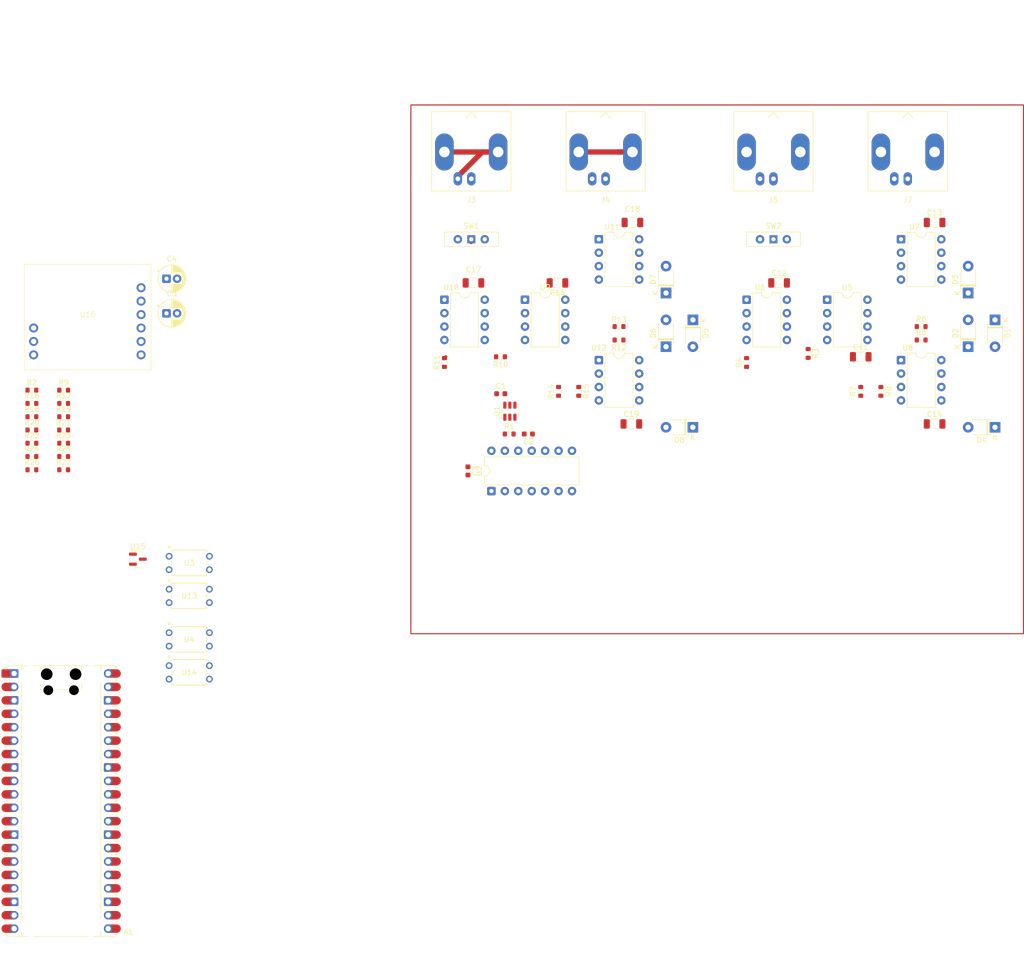
<source format=kicad_pcb>
(kicad_pcb (version 20241229) (generator "pcbnew") (generator_version "9.0")
  (layers (0 "F.Cu" signal) (4 "In1.Cu" signal) (6 "In2.Cu" signal) (8 "In3.Cu" signal) (10 "In4.Cu" signal) (2 "B.Cu" signal) (13 "F.Paste" user) (15 "B.Paste" user) (5 "F.SilkS" user "F.Silkscreen") (7 "B.SilkS" user "B.Silkscreen") (1 "F.Mask" user) (3 "B.Mask" user) (25 "Edge.Cuts" user))
  (net 0 "")
  (net 1 "+3.3V")
  (net 2 "GND")
  (net 3 "Net-(C2-Pad2)")
  (net 4 "Net-(D1-A)")
  (net 5 "Net-(D2-A)")
  (net 6 "/PotentioStatUnit/Vcrr")
  (net 7 "/反転回路/OUTPUT")
  (net 8 "Net-(D5-A)")
  (net 9 "Net-(D6-A)")
  (net 10 "/PotentioStatUnit1/Vcrr")
  (net 11 "/反転回路1/OUTPUT")
  (net 12 "/PotentioStatUnit1/RE")
  (net 13 "/PotentioStatUnit1/WE")
  (net 14 "Net-(J4-In)")
  (net 15 "/PotentioStatUnit/WE")
  (net 16 "/PotentioStatUnit/RE")
  (net 17 "Net-(J7-In)")
  (net 18 "/REF_+2.048V")
  (net 19 "/PotentioStatUnit/Vre")
  (net 20 "Net-(U6--)")
  (net 21 "/PotentioStatUnit/INPUT")
  (net 22 "Net-(U8--)")
  (net 23 "Net-(U8-+)")
  (net 24 "Net-(U10--)")
  (net 25 "/PotentioStatUnit1/Vre")
  (net 26 "/PotentioStatUnit1/INPUT")
  (net 27 "Net-(U12--)")
  (net 28 "Net-(U12-+)")
  (net 29 "/PotentioStatUnit1/CE")
  (net 30 "/PotentioStatUnit/CE")
  (net 61 "x10k_2")
  (net 66 "Net-(A1-GPIO18)")
  (net 68 "x1k_2")
  (net 71 "Net-(A1-GPIO17)")
  (net 72 "Net-(A1-GPIO20)")
  (net 77 "Net-(A1-GPIO19)")
  (net 78 "x10k_1")
  (net 80 "x1k_1")
  (net 82 "Net-(A1-ADC_VREF)")
  (net 88 "-12V")
  (net 89 "+12V")
  (net 92 "Net-(R18-Pad2)")
  (net 93 "Net-(R20-Pad1)")
  (net 94 "Net-(R19-Pad2)")
  (net 95 "Net-(R21-Pad1)")
  (net 96 "Net-(R16-Pad2)")
  (net 97 "Net-(R24-Pad2)")
  (net 98 "Net-(R17-Pad2)")
  (net 99 "Net-(R25-Pad2)")
  (footprint "Capacitor_SMD:C_1206_3216Metric" (layer "F.Cu") (at 99.06 22.225)
    (property "Reference" "C13")
    (property "Value" "4.7u")
  )
  (footprint "Resistor_SMD:R_0603_1608Metric" (layer "F.Cu") (at 27.94 54.165 90)
    (property "Reference" "R14")
    (property "Value" "30k")
  )
  (footprint "Diode_THT:D_T-1_P5.08mm_Horizontal" (layer "F.Cu") (at 110.49 40.64 -90)
    (property "Reference" "D1")
    (property "Value" "D")
  )
  (footprint "Package_TO_SOT_SMD:SOT-23-6" (layer "F.Cu") (at 18.73 57.9175 90)
    (property "Reference" "U1")
    (property "Value" "MCP1501-20xCH")
  )
  (footprint "Connector_Coaxial:BNC_Amphenol_B6252HB-NPP3G-50_Horizontal" (layer "F.Cu") (at 93.98 13.97)
    (property "Reference" "J7")
    (property "Value" "Conn_Coaxial")
  )
  (footprint "Package_DIP:DIP-8_W7.62mm" (layer "F.Cu") (at 78.74 36.83)
    (property "Reference" "U5")
    (property "Value" "OP07")
  )
  (footprint "Diode_THT:D_T-1_P5.08mm_Horizontal" (layer "F.Cu") (at 105.41 35.56 90)
    (property "Reference" "D3")
    (property "Value" "D")
  )
  (footprint "TPS65131:TPS65131_kit" (layer "F.Cu") (at -61.13 40.135)
    (property "Reference" "U16")
    (property "Value" "TPS65131_kit")
  )
  (footprint "Resistor_SMD:R_0603_1608Metric" (layer "F.Cu") (at -65.665 58.96)
    (property "Reference" "R19")
    (property "Value" "10k")
  )
  (footprint "Capacitor_SMD:C_1206_3216Metric" (layer "F.Cu") (at 27.735 33.655 180)
    (property "Reference" "C16")
    (property "Value" "4.7u")
  )
  (footprint "Capacitor_THT:CP_Radial_D5.0mm_P2.00mm" (layer "F.Cu") (at -46.215225 39.41)
    (property "Reference" "C5")
    (property "Value" "100u")
  )
  (footprint "Resistor_SMD:R_0603_1608Metric" (layer "F.Cu") (at -65.665 61.47)
    (property "Reference" "R21")
    (property "Value" "10k")
  )
  (footprint "Capacitor_SMD:C_1206_3216Metric" (layer "F.Cu") (at 85.09 47.625)
    (property "Reference" "C11")
    (property "Value" "4.7u")
  )
  (footprint "Capacitor_SMD:C_0603_1608Metric" (layer "F.Cu") (at 17.005 54.61)
    (property "Reference" "C1")
    (property "Value" "2.2u")
  )
  (footprint "Module:RaspberryPi_Pico_Common_Unspecified" (layer "F.Cu") (at -66.1402 131.6564)
    (property "Reference" "A1")
    (property "Value" "RaspberryPi_Pico")
  )
  (footprint "Resistor_SMD:R_0603_1608Metric" (layer "F.Cu") (at 16.955 47.625 180)
    (property "Reference" "R10")
    (property "Value" "10k")
  )
  (footprint "Resistor_SMD:R_0603_1608Metric" (layer "F.Cu") (at 75.135 46.99 -90)
    (property "Reference" "R3")
    (property "Value" "10k")
  )
  (footprint "Package_DIP:DIP-8_W7.62mm" (layer "F.Cu") (at 92.71 25.4)
    (property "Reference" "U7")
    (property "Value" "OP07")
  )
  (footprint "Resistor_SMD:R_0603_1608Metric" (layer "F.Cu") (at -71.675 53.94)
    (property "Reference" "R2")
    (property "Value" "100")
  )
  (footprint "Resistor_SMD:R_0603_1608Metric" (layer "F.Cu") (at -71.675 63.98)
    (property "Reference" "R22")
    (property "Value" "20k")
  )
  (footprint "Connector_Coaxial:BNC_Amphenol_B6252HB-NPP3G-50_Horizontal" (layer "F.Cu") (at 68.58 13.97)
    (property "Reference" "J5")
    (property "Value" "Conn_Coaxial")
  )
  (footprint "Capacitor_SMD:C_1206_3216Metric" (layer "F.Cu") (at 11.845 33.655 180)
    (property "Reference" "C17")
    (property "Value" "4.7u")
  )
  (footprint "Resistor_SMD:R_0603_1608Metric" (layer "F.Cu") (at -71.675 61.47)
    (property "Reference" "R20")
    (property "Value" "10k")
  )
  (footprint "Capacitor_SMD:C_0603_1608Metric" (layer "F.Cu") (at 10.795 69.215 -90)
    (property "Reference" "C3")
    (property "Value" "2.2u")
  )
  (footprint "Resistor_SMD:R_0603_1608Metric" (layer "F.Cu") (at 96.52 41.91)
    (property "Reference" "R6")
    (property "Value" "10k")
  )
  (footprint "Package_DIP:DIP-14_W7.62mm" (layer "F.Cu") (at 15.24 73.025 90)
    (property "Reference" "U2")
    (property "Value" "MCP4922")
  )
  (footprint "Resistor_SMD:R_0603_1608Metric" (layer "F.Cu") (at -65.665 66.49)
    (property "Reference" "R25")
    (property "Value" "10k")
  )
  (footprint "Diode_THT:D_T-1_P5.08mm_Horizontal" (layer "F.Cu") (at 48.265 45.72 90)
    (property "Reference" "D6")
    (property "Value" "D")
  )
  (footprint "Capacitor_SMD:C_1206_3216Metric" (layer "F.Cu") (at 41.705 60.325)
    (property "Reference" "C19")
    (property "Value" "4.7u")
  )
  (footprint "footprints:DIP4_TOS" (layer "F.Cu") (at -45.72 106.045)
    (property "Reference" "U14")
    (property "Value" "TLP241AF")
  )
  (footprint "Package_DIP:DIP-8_W7.62mm" (layer "F.Cu") (at 92.715 48.26)
    (property "Reference" "U8")
    (property "Value" "OP07")
  )
  (footprint "Resistor_SMD:R_0603_1608Metric" (layer "F.Cu") (at -71.675 66.49)
    (property "Reference" "R24")
    (property "Value" "10k")
  )
  (footprint "Capacitor_SMD:C_1206_3216Metric" (layer "F.Cu") (at 69.645 33.655)
    (property "Reference" "C12")
    (property "Value" "4.7u")
  )
  (footprint "Connector_Coaxial:BNC_Amphenol_B6252HB-NPP3G-50_Horizontal" (layer "F.Cu") (at 36.83 13.97)
    (property "Reference" "J4")
    (property "Value" "Conn_Coaxial")
  )
  (footprint "Package_DIP:DIP-8_W7.62mm" (layer "F.Cu") (at 35.56 25.4)
    (property "Reference" "U11")
    (property "Value" "OP07")
  )
  (footprint "Resistor_SMD:R_0603_1608Metric" (layer "F.Cu") (at 96.52 44.45)
    (property "Reference" "R5")
    (property "Value" "10k")
  )
  (footprint "Resistor_SMD:R_0603_1608Metric" (layer "F.Cu") (at -65.665 56.45)
    (property "Reference" "R17")
    (property "Value" "1k")
  )
  (footprint "Resistor_SMD:R_0603_1608Metric" (layer "F.Cu") (at -71.675 58.96)
    (property "Reference" "R18")
    (property "Value" "10k")
  )
  (footprint "Connector_Coaxial:BNC_Amphenol_B6252HB-NPP3G-50_Horizontal" (layer "F.Cu") (at 11.43 13.97)
    (property "Reference" "J3")
    (property "Value" "Conn_Coaxial")
  )
  (footprint "Capacitor_SMD:C_1206_3216Metric" (layer "F.Cu") (at 41.91 22.225 180)
    (property "Reference" "C18")
    (property "Value" "4.7u")
  )
  (footprint "Package_DIP:DIP-8_W7.62mm" (layer "F.Cu") (at 21.59 36.83)
    (property "Reference" "U9")
    (property "Value" "OP07")
  )
  (footprint "Resistor_SMD:R_0603_1608Metric" (layer "F.Cu") (at 88.9 54.165 -90)
    (property "Reference" "R8")
    (property "Value" "10k")
  )
  (footprint "Diode_THT:D_T-1_P5.08mm_Horizontal" (layer "F.Cu") (at 110.49 60.96 180)
    (property "Reference" "D4")
    (property "Value" "ZeD")
  )
  (footprint "Diode_THT:D_T-1_P5.08mm_Horizontal" (layer "F.Cu") (at 53.345 40.64 -90)
    (property "Reference" "D5")
    (property "Value" "D")
  )
  (footprint "Resistor_SMD:R_0603_1608Metric" (layer "F.Cu") (at -65.665 53.94)
    (property "Reference" "R9")
    (property "Value" "100")
  )
  (footprint "Diode_THT:D_T-1_P5.08mm_Horizontal" (layer "F.Cu") (at 53.34 60.96 180)
    (property "Reference" "D8")
    (property "Value" "ZeD")
  )
  (footprint "Button_Switch_THT:SW_Slide-03_Wuerth-WS-SLTV_10x2.5x6.4_P2.54mm" (layer "F.Cu") (at 68.58 25.4)
    (property "Reference" "SW2")
    (property "Value" "SW_SPDT")
  )
  (footprint "Package_DIP:DIP-8_W7.62mm" (layer "F.Cu") (at 35.565 48.26)
    (property "Reference" "U12")
    (property "Value" "OP07")
  )
  (footprint "Resistor_SMD:R_0603_1608Metric" (layer "F.Cu") (at 63.5 48.705 90)
    (property "Reference" "R4")
    (property "Value" "10k")
  )
  (footprint "Resistor_SMD:R_0603_1608Metric" (layer "F.Cu") (at 39.37 44.45 180)
    (property "Reference" "R12")
    (property "Value" "10k")
  )
  (footprint "footprints:DIP4_TOS" (layer "F.Cu") (at -45.72 99.8126)
    (property "Reference" "U4")
    (property "Value" "TLP241AF")
  )
  (footprint "Diode_THT:D_T-1_P5.08mm_Horizontal" (layer "F.Cu") (at 48.265 35.56 90)
    (property "Reference" "D7")
    (property "Value" "D")
  )
  (footprint "Button_Switch_THT:SW_Slide-03_Wuerth-WS-SLTV_10x2.5x6.4_P2.54mm" (layer "F.Cu") (at 11.43 25.4)
    (property "Reference" "SW1")
    (property "Value" "SW_SPDT")
  )
  (footprint "footprints:DIP4_TOS" (layer "F.Cu") (at -45.72 85.3526)
    (property "Reference" "U3")
    (property "Value" "TLP241AF")
  )
  (footprint "Capacitor_SMD:C_1206_3216Metric" (layer "F.Cu") (at 99.06 60.325)
    (property "Reference" "C14")
    (property "Value" "4.7u")
  )
  (footprint "footprints:DIP4_TOS" (layer "F.Cu") (at -45.72 91.585)
    (property "Reference" "U13")
    (property "Value" "TLP241AF")
  )
  (footprint "Package_TO_SOT_SMD:SOT-23" (layer "F.Cu") (at -51.6302 85.9064)
    (property "Reference" "U15")
    (property "Value" "LM4040DBZ-3")
  )
  (footprint "Resistor_SMD:R_0603_1608Metric" (layer "F.Cu") (at -65.665 63.98)
    (property "Reference" "R23")
    (property "Value" "20k")
  )
  (footprint "Resistor_SMD:R_0603_1608Metric" (layer "F.Cu") (at 39.37 41.91)
    (property "Reference" "R13")
    (property "Value" "10k")
  )
  (footprint "Capacitor_THT:CP_Radial_D5.0mm_P2.00mm" (layer "F.Cu") (at -46.215225 32.86)
    (property "Reference" "C4")
    (property "Value" "100u")
  )
  (footprint "Resistor_SMD:R_0603_1608Metric" (layer "F.Cu") (at -71.675 69)
    (property "Reference" "R26")
    (property "Value" "20k")
  )
  (footprint "Package_DIP:DIP-8_W7.62mm" (layer "F.Cu") (at 6.35 36.83)
    (property "Reference" "U10")
    (property "Value" "OP07")
  )
  (footprint "Resistor_SMD:R_0603_1608Metric" (layer "F.Cu") (at 18.605 62.23)
    (property "Reference" "R1")
    (property "Value" "1k")
  )
  (footprint "Resistor_SMD:R_0603_1608Metric" (layer "F.Cu") (at -65.665 69)
    (property "Reference" "R27")
    (property "Value" "20k")
  )
  (footprint "Resistor_SMD:R_0603_1608Metric" (layer "F.Cu") (at 6.35 48.705 90)
    (property "Reference" "R11")
    (property "Value" "10k")
  )
  (footprint "Diode_THT:D_T-1_P5.08mm_Horizontal" (layer "F.Cu") (at 105.41 45.72 90)
    (property "Reference" "D2")
    (property "Value" "D")
  )
  (footprint "Package_DIP:DIP-8_W7.62mm" (layer "F.Cu") (at 63.505 36.83)
    (property "Reference" "U6")
    (property "Value" "OP07")
  )
  (footprint "Resistor_SMD:R_0603_1608Metric" (layer "F.Cu") (at 85.09 54.165 90)
    (property "Reference" "R7")
    (property "Value" "30k")
  )
  (footprint "Resistor_SMD:R_0603_1608Metric" (layer "F.Cu") (at -71.675 56.45)
    (property "Reference" "R16")
    (property "Value" "1k")
  )
  (footprint "Capacitor_SMD:C_0603_1608Metric" (layer "F.Cu") (at 22.225 62.23 180)
    (property "Reference" "C2")
    (property "Value" "2.2u")
  )
  (footprint "Resistor_SMD:R_0603_1608Metric" (layer "F.Cu") (at 31.75 54.165 -90)
    (property "Reference" "R15")
    (property "Value" "10k")
  )
  (gr_rect (start 0 0) (end 115.875 100) (stroke (width 0.2)) (fill no) (layer "F.Cu") (net 1))
  (segment (start 11.43 26.035) (end 11.43 25.4) (width 0.6) (layer "F.Cu") (net 12))
  (segment (start 6.35 8.89) (end 16.51 8.89) (width 1) (layer "F.Cu") (net 13))
  (segment (start 8.89 13.97) (end 8.89 13.52) (width 1) (layer "F.Cu") (net 13))
  (segment (start 8.89 13.52) (end 13.52 8.89) (width 1) (layer "F.Cu") (net 13))
  (segment (start 34.29 13.76) (end 34.29 13.97) (width 1) (layer "F.Cu") (net 13))
  (segment (start 13.52 8.89) (end 16.51 8.89) (width 1) (layer "F.Cu") (net 13))
  (segment (start 41.91 8.89) (end 39.16 8.89) (width 1) (layer "F.Cu") (net 13))
  (segment (start 31.75 8.89) (end 41.91 8.89) (width 1) (layer "F.Cu") (net 13))
  (segment (start 6.605 47.625) (end 6.35 47.88) (width 0.6) (layer "F.Cu") (net 24))
)
</source>
